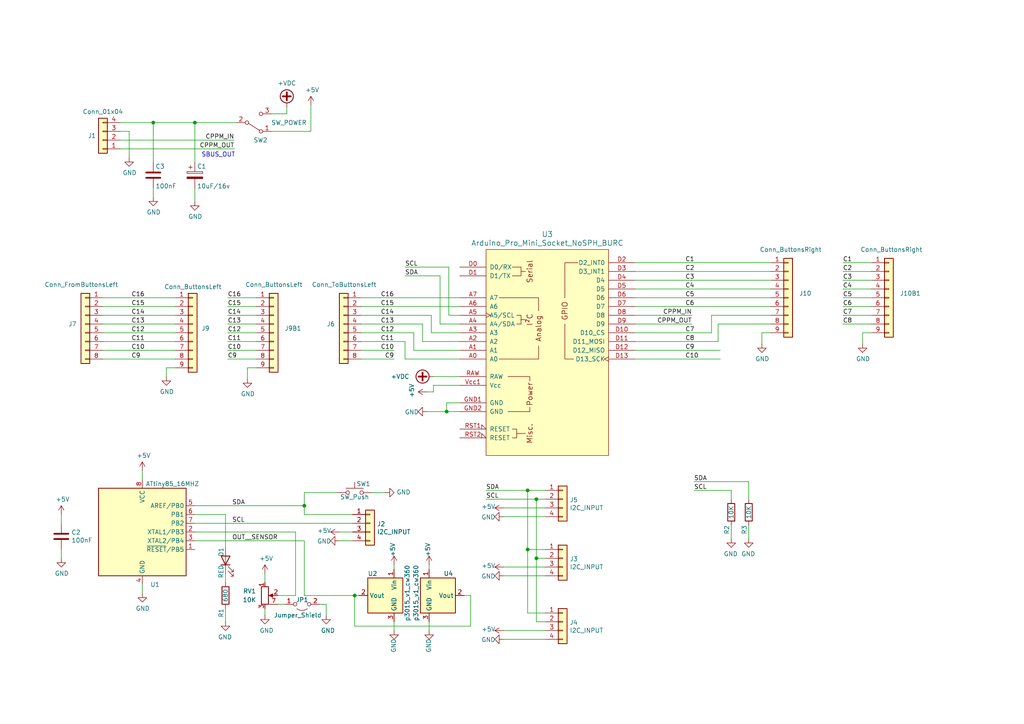
<source format=kicad_sch>
(kicad_sch (version 20230121) (generator eeschema)
  (paper "A4")
  (title_block (title "Board for Angle & Ana & Sw") (date "2023-10-01") (rev "1.0") (company "OpenAVRc"))
  (lib_symbols
    (symbol "Capteur_Hall_I2C_Mini-rescue:ATtiny85-20SU-MCU_Microchip_ATtiny"
      (property "Reference" "U" (at -12.7 13.97 0))
      (property "Value" "ATtiny85-20SU-MCU_Microchip_ATtiny" (at 2.54 -13.97 0))
      (symbol "ATtiny85-20SU-MCU_Microchip_ATtiny_0_1"
        (rectangle (start -12.7 -12.7) (end 12.7 12.7) (stroke (width 0.254)) (fill (type background)))
      )
      (symbol "ATtiny85-20SU-MCU_Microchip_ATtiny_1_1"
        (pin bidirectional line (at 15.24 -5.08 180) (length 2.54) (name "~{RESET}/PB5") (number "1"))
        (pin bidirectional line (at 15.24 0 180) (length 2.54) (name "XTAL1/PB3") (number "2"))
        (pin bidirectional line (at 15.24 -2.54 180) (length 2.54) (name "XTAL2/PB4") (number "3"))
        (pin power_in line (at 0 -15.24 90) (length 2.54) (name "GND") (number "4"))
        (pin bidirectional line (at 15.24 7.62 180) (length 2.54) (name "AREF/PB0") (number "5"))
        (pin bidirectional line (at 15.24 5.08 180) (length 2.54) (name "PB1") (number "6"))
        (pin bidirectional line (at 15.24 2.54 180) (length 2.54) (name "PB2") (number "7"))
        (pin power_in line (at 0 15.24 270) (length 2.54) (name "VCC") (number "8"))
      )
    )
    (symbol "Capteur_Hall_I2C_Mini-rescue:CP-Device" (pin_numbers hide) (pin_names (offset 0.254))
      (property "Reference" "C" (at 0.635 2.54 0))
      (property "Value" "CP-Device" (at 0.635 -2.54 0))
      (symbol "CP-Device_0_1"
        (rectangle (start -2.286 0.508) (end 2.286 1.016))
        (polyline (pts (xy -1.778 2.286) (xy -0.762 2.286)))
        (polyline (pts (xy -1.27 2.794) (xy -1.27 1.778)))
        (rectangle (start 2.286 -0.508) (end -2.286 -1.016) (fill (type outline)))
      )
      (symbol "CP-Device_1_1"
        (pin passive line (at 0 3.81 270) (length 2.794) (name "~") (number "1"))
        (pin passive line (at 0 -3.81 90) (length 2.794) (name "~") (number "2"))
      )
    )
    (symbol "Capteur_Hall_I2C_Mini-rescue:R_Pot_Shield" (pin_names (offset 1.016) hide)
      (property "Reference" "RV1" (at -2.54 1.905 90))
      (property "Value" "10K" (at 2.54 6.35 90))
      (symbol "R_Pot_Shield_0_1"
        (polyline (pts (xy 2.54 0) (xy 1.524 0)))
        (polyline (pts (xy 1.143 0) (xy 2.286 0.508) (xy 2.286 -0.508) (xy 1.143 0)) (fill (type outline)))
        (rectangle (start 1.016 2.54) (end -1.016 -2.54) (stroke (width 0.254)))
      )
      (symbol "R_Pot_Shield_1_1"
        (pin passive line (at 0 3.81 270) (length 1.27) (name "1") (number "1"))
        (pin passive line (at 3.81 0 180) (length 1.27) (name "2") (number "2"))
        (pin passive line (at 0 -3.81 90) (length 1.27) (name "3") (number "3"))
        (pin power_in line (at 3.81 -2.54 180) (length 2.54) (name "Shield") (number "7"))
      )
    )
    (symbol "Connector_Generic:Conn_01x04" (pin_names (offset 1.016) hide)
      (property "Reference" "J" (at 0 5.08 0))
      (property "Value" "Conn_01x04" (at 0 -7.62 0))
      (symbol "Conn_01x04_1_1"
        (rectangle (start -1.27 -4.953) (end 0 -5.207) (stroke (width 0.1524)))
        (rectangle (start -1.27 -2.413) (end 0 -2.667) (stroke (width 0.1524)))
        (rectangle (start -1.27 0.127) (end 0 -0.127) (stroke (width 0.1524)))
        (rectangle (start -1.27 2.667) (end 0 2.413) (stroke (width 0.1524)))
        (rectangle (start -1.27 3.81) (end 1.27 -6.35) (stroke (width 0.254)) (fill (type background)))
        (pin passive line (at -5.08 2.54 0) (length 3.81) (name "Pin_1") (number "1"))
        (pin passive line (at -5.08 0 0) (length 3.81) (name "Pin_2") (number "2"))
        (pin passive line (at -5.08 -2.54 0) (length 3.81) (name "Pin_3") (number "3"))
        (pin passive line (at -5.08 -5.08 0) (length 3.81) (name "Pin_4") (number "4"))
      )
    )
    (symbol "Connector_Generic:Conn_01x08" (pin_names (offset 1.016) hide)
      (property "Reference" "J" (at 0 10.16 0))
      (property "Value" "Conn_01x08" (at 0 -12.7 0))
      (symbol "Conn_01x08_1_1"
        (rectangle (start -1.27 -10.033) (end 0 -10.287) (stroke (width 0.1524)))
        (rectangle (start -1.27 -7.493) (end 0 -7.747) (stroke (width 0.1524)))
        (rectangle (start -1.27 -4.953) (end 0 -5.207) (stroke (width 0.1524)))
        (rectangle (start -1.27 -2.413) (end 0 -2.667) (stroke (width 0.1524)))
        (rectangle (start -1.27 0.127) (end 0 -0.127) (stroke (width 0.1524)))
        (rectangle (start -1.27 2.667) (end 0 2.413) (stroke (width 0.1524)))
        (rectangle (start -1.27 5.207) (end 0 4.953) (stroke (width 0.1524)))
        (rectangle (start -1.27 7.747) (end 0 7.493) (stroke (width 0.1524)))
        (rectangle (start -1.27 8.89) (end 1.27 -11.43) (stroke (width 0.254)) (fill (type background)))
        (pin passive line (at -5.08 7.62 0) (length 3.81) (name "Pin_1") (number "1"))
        (pin passive line (at -5.08 5.08 0) (length 3.81) (name "Pin_2") (number "2"))
        (pin passive line (at -5.08 2.54 0) (length 3.81) (name "Pin_3") (number "3"))
        (pin passive line (at -5.08 0 0) (length 3.81) (name "Pin_4") (number "4"))
        (pin passive line (at -5.08 -2.54 0) (length 3.81) (name "Pin_5") (number "5"))
        (pin passive line (at -5.08 -5.08 0) (length 3.81) (name "Pin_6") (number "6"))
        (pin passive line (at -5.08 -7.62 0) (length 3.81) (name "Pin_7") (number "7"))
        (pin passive line (at -5.08 -10.16 0) (length 3.81) (name "Pin_8") (number "8"))
      )
    )
    (symbol "Connector_Generic:Conn_01x09" (pin_names (offset 1.016) hide)
      (property "Reference" "J" (at 0 12.7 0))
      (property "Value" "Conn_01x09" (at 0 -12.7 0))
      (symbol "Conn_01x09_1_1"
        (rectangle (start -1.27 -10.033) (end 0 -10.287) (stroke (width 0.1524)))
        (rectangle (start -1.27 -7.493) (end 0 -7.747) (stroke (width 0.1524)))
        (rectangle (start -1.27 -4.953) (end 0 -5.207) (stroke (width 0.1524)))
        (rectangle (start -1.27 -2.413) (end 0 -2.667) (stroke (width 0.1524)))
        (rectangle (start -1.27 0.127) (end 0 -0.127) (stroke (width 0.1524)))
        (rectangle (start -1.27 2.667) (end 0 2.413) (stroke (width 0.1524)))
        (rectangle (start -1.27 5.207) (end 0 4.953) (stroke (width 0.1524)))
        (rectangle (start -1.27 7.747) (end 0 7.493) (stroke (width 0.1524)))
        (rectangle (start -1.27 10.287) (end 0 10.033) (stroke (width 0.1524)))
        (rectangle (start -1.27 11.43) (end 1.27 -11.43) (stroke (width 0.254)) (fill (type background)))
        (pin passive line (at -5.08 10.16 0) (length 3.81) (name "Pin_1") (number "1"))
        (pin passive line (at -5.08 7.62 0) (length 3.81) (name "Pin_2") (number "2"))
        (pin passive line (at -5.08 5.08 0) (length 3.81) (name "Pin_3") (number "3"))
        (pin passive line (at -5.08 2.54 0) (length 3.81) (name "Pin_4") (number "4"))
        (pin passive line (at -5.08 0 0) (length 3.81) (name "Pin_5") (number "5"))
        (pin passive line (at -5.08 -2.54 0) (length 3.81) (name "Pin_6") (number "6"))
        (pin passive line (at -5.08 -5.08 0) (length 3.81) (name "Pin_7") (number "7"))
        (pin passive line (at -5.08 -7.62 0) (length 3.81) (name "Pin_8") (number "8"))
        (pin passive line (at -5.08 -10.16 0) (length 3.81) (name "Pin_9") (number "9"))
      )
    )
    (symbol "Device:C" (pin_numbers hide) (pin_names (offset 0.254))
      (property "Reference" "C" (at 0.635 2.54 0))
      (property "Value" "C" (at 0.635 -2.54 0))
      (symbol "C_0_1"
        (polyline (pts (xy -2.032 -0.762) (xy 2.032 -0.762)) (stroke (width 0.508)))
        (polyline (pts (xy -2.032 0.762) (xy 2.032 0.762)) (stroke (width 0.508)))
      )
      (symbol "C_1_1"
        (pin passive line (at 0 3.81 270) (length 2.794) (name "~") (number "1"))
        (pin passive line (at 0 -3.81 90) (length 2.794) (name "~") (number "2"))
      )
    )
    (symbol "Device:LED" (pin_numbers hide) (pin_names (offset 1.016) hide)
      (property "Reference" "D" (at 0 2.54 0))
      (property "Value" "LED" (at 0 -2.54 0))
      (symbol "LED_0_1"
        (polyline (pts (xy -1.27 -1.27) (xy -1.27 1.27)) (stroke (width 0.254)))
        (polyline (pts (xy -1.27 0) (xy 1.27 0)))
        (polyline (pts (xy 1.27 -1.27) (xy 1.27 1.27) (xy -1.27 0) (xy 1.27 -1.27)) (stroke (width 0.254)))
        (polyline (pts (xy -3.048 -0.762) (xy -4.572 -2.286) (xy -3.81 -2.286) (xy -4.572 -2.286) (xy -4.572 -1.524)))
        (polyline (pts (xy -1.778 -0.762) (xy -3.302 -2.286) (xy -2.54 -2.286) (xy -3.302 -2.286) (xy -3.302 -1.524)))
      )
      (symbol "LED_1_1"
        (pin passive line (at -3.81 0 0) (length 2.54) (name "K") (number "1"))
        (pin passive line (at 3.81 0 180) (length 2.54) (name "A") (number "2"))
      )
    )
    (symbol "Device:R" (pin_numbers hide) (pin_names (offset 0))
      (property "Reference" "R" (at 2.032 0 90))
      (property "Value" "R" (at 0 0 90))
      (symbol "R_0_1"
        (rectangle (start -1.016 -2.54) (end 1.016 2.54) (stroke (width 0.254)))
      )
      (symbol "R_1_1"
        (pin passive line (at 0 3.81 270) (length 1.27) (name "~") (number "1"))
        (pin passive line (at 0 -3.81 90) (length 1.27) (name "~") (number "2"))
      )
    )
    (symbol "Jumper:Jumper_2_Open" (pin_names (offset 0) hide)
      (property "Reference" "JP" (at 0 2.794 0))
      (property "Value" "Jumper_2_Open" (at 0 -2.286 0))
      (symbol "Jumper_2_Open_0_0"
        (circle (center -2.032 0) (radius 0.508))
        (circle (center 2.032 0) (radius 0.508))
      )
      (symbol "Jumper_2_Open_0_1"
        (arc (start 1.524 1.27) (mid 0 1.778) (end -1.524 1.27))
      )
      (symbol "Jumper_2_Open_1_1"
        (pin passive line (at -5.08 0 0) (length 2.54) (name "A") (number "1"))
        (pin passive line (at 5.08 0 180) (length 2.54) (name "B") (number "2"))
      )
    )
    (symbol "PCM_arduino-library:Arduino_Pro_Mini_Socket_NoSPH" (pin_names (offset 1.016))
      (property "Reference" "A" (at 0 36.83 0))
      (property "Value" "Arduino_Pro_Mini_Socket_NoSPH" (at 0 33.02 0))
      (symbol "Arduino_Pro_Mini_Socket_NoSPH_0_0"
        (rectangle (start -17.78 30.48) (end 17.78 -29.21) (fill (type background)))
        (polyline (pts (xy -7.62 10.16) (xy -6.35 10.16)))
        (polyline (pts (xy -7.62 24.13) (xy -6.35 24.13)))
        (polyline (pts (xy -6.35 -22.86) (xy -8.89 -22.86)))
        (polyline (pts (xy -11.43 -16.51) (xy -5.08 -16.51) (xy -5.08 -15.24)))
        (polyline (pts (xy -5.08 -7.62) (xy -5.08 -6.35) (xy -11.43 -6.35)))
        (polyline (pts (xy -2.54 2.54) (xy -2.54 -1.27) (xy -13.97 -1.27)))
        (polyline (pts (xy -2.54 12.7) (xy -2.54 16.51) (xy -13.97 16.51)))
        (polyline (pts (xy -10.16 25.4) (xy -7.62 25.4) (xy -7.62 22.86) (xy -10.16 22.86)))
        (polyline (pts (xy -8.89 11.43) (xy -7.62 11.43) (xy -7.62 8.89) (xy -8.89 8.89)))
        (text "Analog" (at -2.54 7.62 900) (effects (font (size 1.524 1.524))))
        (text "I²C" (at -5.08 10.16 900) (effects (font (size 1.524 1.524))))
        (text "Misc." (at -5.08 -22.86 900) (effects (font (size 1.524 1.524))))
        (text "Power" (at -5.08 -11.43 900) (effects (font (size 1.524 1.524))))
        (text "Serial" (at -5.08 24.13 900) (effects (font (size 1.524 1.524))))
      )
      (symbol "Arduino_Pro_Mini_Socket_NoSPH_0_1"
        (polyline (pts (xy 7.62 -1.27) (xy 5.08 -1.27) (xy 5.08 8.89)))
        (polyline (pts (xy 8.89 26.67) (xy 5.08 26.67) (xy 5.08 16.51)))
        (polyline (pts (xy -10.16 -24.13) (xy -8.89 -24.13) (xy -8.89 -21.59) (xy -10.16 -21.59)))
      )
      (symbol "Arduino_Pro_Mini_Socket_NoSPH_1_0"
        (text "GPIO" (at 5.08 12.7 900) (effects (font (size 1.524 1.524))))
      )
      (symbol "Arduino_Pro_Mini_Socket_NoSPH_1_1"
        (pin bidirectional line (at -25.4 -1.27 0) (length 7.62) (name "A0") (number "A0"))
        (pin bidirectional line (at -25.4 1.27 0) (length 7.62) (name "A1") (number "A1"))
        (pin bidirectional line (at -25.4 3.81 0) (length 7.62) (name "A2") (number "A2"))
        (pin bidirectional line (at -25.4 6.35 0) (length 7.62) (name "A3") (number "A3"))
        (pin bidirectional line (at -25.4 8.89 0) (length 7.62) (name "A4/SDA") (number "A4"))
        (pin bidirectional clock (at -25.4 11.43 0) (length 7.62) (name "A5/SCL") (number "A5"))
        (pin input line (at -25.4 13.97 0) (length 7.62) (name "A6") (number "A6"))
        (pin input line (at -25.4 16.51 0) (length 7.62) (name "A7") (number "A7"))
        (pin bidirectional line (at -25.4 25.4 0) (length 7.62) (name "D0/RX") (number "D0"))
        (pin bidirectional line (at -25.4 22.86 0) (length 7.62) (name "D1/TX") (number "D1"))
        (pin bidirectional line (at 25.4 6.35 180) (length 7.62) (name "D10_CS") (number "D10"))
        (pin bidirectional line (at 25.4 3.81 180) (length 7.62) (name "D11_MOSI") (number "D11"))
        (pin bidirectional line (at 25.4 1.27 180) (length 7.62) (name "D12_MISO") (number "D12"))
        (pin bidirectional clock (at 25.4 -1.27 180) (length 7.62) (name "D13_SCK") (number "D13"))
        (pin bidirectional line (at 25.4 26.67 180) (length 7.62) (name "D2_INT0") (number "D2"))
        (pin bidirectional line (at 25.4 24.13 180) (length 7.62) (name "D3_INT1") (number "D3"))
        (pin bidirectional line (at 25.4 21.59 180) (length 7.62) (name "D4") (number "D4"))
        (pin bidirectional line (at 25.4 19.05 180) (length 7.62) (name "D5") (number "D5"))
        (pin bidirectional line (at 25.4 16.51 180) (length 7.62) (name "D6") (number "D6"))
        (pin bidirectional line (at 25.4 13.97 180) (length 7.62) (name "D7") (number "D7"))
        (pin bidirectional line (at 25.4 11.43 180) (length 7.62) (name "D8") (number "D8"))
        (pin bidirectional line (at 25.4 8.89 180) (length 7.62) (name "D9") (number "D9"))
        (pin power_in line (at -25.4 -13.97 0) (length 7.62) (name "GND") (number "GND1"))
        (pin power_in line (at -25.4 -16.51 0) (length 7.62) (name "GND") (number "GND2"))
        (pin power_in line (at -25.4 -6.35 0) (length 7.62) (name "RAW") (number "RAW"))
        (pin open_collector input_low (at -25.4 -21.59 0) (length 7.62) (name "RESET") (number "RST1"))
        (pin open_collector input_low (at -25.4 -24.13 0) (length 7.62) (name "RESET") (number "RST2"))
        (pin power_in line (at -25.4 -8.89 0) (length 7.62) (name "Vcc") (number "Vcc1"))
      )
    )
    (symbol "Reference_Voltage:ISL21070DIH306Z-TK"
      (property "Reference" "U" (at -0.635 8.255 0))
      (property "Value" "ISL21070DIH306Z-TK" (at -1.905 6.35 0))
      (symbol "ISL21070DIH306Z-TK_0_1"
        (rectangle (start -5.08 5.08) (end 5.08 -5.08) (stroke (width 0.254)) (fill (type background)))
      )
      (symbol "ISL21070DIH306Z-TK_1_1"
        (pin power_in line (at -2.54 7.62 270) (length 2.54) (name "Vin") (number "1"))
        (pin power_out line (at 7.62 0 180) (length 2.54) (name "Vout") (number "2"))
        (pin power_in line (at -2.54 -7.62 90) (length 2.54) (name "GND") (number "3"))
      )
    )
    (symbol "Switch:SW_Push" (pin_numbers hide) (pin_names (offset 1.016) hide)
      (property "Reference" "SW" (at 1.27 2.54 0))
      (property "Value" "SW_Push" (at 0 -1.524 0))
      (symbol "SW_Push_0_1"
        (circle (center -2.032 0) (radius 0.508))
        (polyline (pts (xy 0 1.27) (xy 0 3.048)))
        (polyline (pts (xy 2.54 1.27) (xy -2.54 1.27)))
        (circle (center 2.032 0) (radius 0.508))
        (pin passive line (at -5.08 0 0) (length 2.54) (name "1") (number "1"))
        (pin passive line (at 5.08 0 180) (length 2.54) (name "2") (number "2"))
      )
    )
    (symbol "Switch:SW_SPDT" (pin_names (offset 0) hide)
      (property "Reference" "SW" (at 0 4.318 0))
      (property "Value" "SW_SPDT" (at 0 -5.08 0))
      (symbol "SW_SPDT_0_0"
        (circle (center -2.032 0) (radius 0.508))
        (circle (center 2.032 -2.54) (radius 0.508))
      )
      (symbol "SW_SPDT_0_1"
        (polyline (pts (xy -1.524 0.254) (xy 1.651 2.286)))
        (circle (center 2.032 2.54) (radius 0.508))
      )
      (symbol "SW_SPDT_1_1"
        (pin passive line (at 5.08 2.54 180) (length 2.54) (name "A") (number "1"))
        (pin passive line (at -5.08 0 0) (length 2.54) (name "B") (number "2"))
        (pin passive line (at 5.08 -2.54 180) (length 2.54) (name "C") (number "3"))
      )
    )
    (symbol "power:+5V" (power) (pin_names (offset 0))
      (property "Value" "+5V" (at 0 3.556 0))
      (symbol "+5V_0_1"
        (polyline (pts (xy -0.762 1.27) (xy 0 2.54)))
        (polyline (pts (xy 0 0) (xy 0 2.54)))
        (polyline (pts (xy 0 2.54) (xy 0.762 1.27)))
      )
      (symbol "+5V_1_1"
        (pin power_in line (at 0 0 90) (length 0) hide (name "+5V") (number "1"))
      )
    )
    (symbol "power:+VDC" (power) (pin_names (offset 0))
      (property "Value" "+VDC" (at 0 6.35 0))
      (symbol "+VDC_0_1"
        (polyline (pts (xy -1.143 3.175) (xy 1.143 3.175)) (stroke (width 0.508)))
        (polyline (pts (xy 0 0) (xy 0 1.27)))
        (polyline (pts (xy 0 2.032) (xy 0 4.318)) (stroke (width 0.508)))
        (circle (center 0 3.175) (radius 1.905) (stroke (width 0.254)))
      )
      (symbol "+VDC_1_1"
        (pin power_in line (at 0 0 90) (length 0) hide (name "+VDC") (number "1"))
      )
    )
    (symbol "power:GND" (power) (pin_names (offset 0))
      (property "Value" "GND" (at 0 -3.81 0))
      (symbol "GND_0_1"
        (polyline (pts (xy 0 0) (xy 0 -1.27) (xy 1.27 -1.27) (xy 0 -2.54) (xy -1.27 -1.27) (xy 0 -1.27)))
      )
      (symbol "GND_1_1"
        (pin power_in line (at 0 0 270) (length 0) hide (name "GND") (number "1"))
      )
    )
  )
  (junction (at 155.575 161.925))
  (junction (at 56.515 35.56))
  (junction (at 129.54 119.38))
  (junction (at 153.035 159.385))
  (junction (at 153.035 142.24))
  (junction (at 155.575 144.78))
  (junction (at 44.45 35.56))
  (junction (at 88.265 146.685))
  (junction (at 102.87 172.72))
  (wire (pts (xy 34.925 40.64) (xy 67.945 40.64)))
  (wire (pts (xy 155.575 144.78) (xy 155.575 161.925)))
  (wire (pts (xy 153.035 159.385) (xy 153.035 142.24)))
  (wire (pts (xy 117.475 77.47) (xy 130.175 77.47)))
  (wire (pts (xy 122.555 99.06) (xy 133.35 99.06)))
  (wire (pts (xy 117.475 104.14) (xy 133.35 104.14)))
  (wire (pts (xy 102.235 154.305) (xy 98.425 154.305)))
  (wire (pts (xy 217.17 152.4) (xy 217.17 156.21)))
  (wire (pts (xy 125.095 96.52) (xy 125.095 91.44)))
  (wire (pts (xy 78.74 38.1) (xy 90.17 38.1)))
  (wire (pts (xy 184.15 86.36) (xy 223.52 86.36)))
  (wire (pts (xy 158.115 182.88) (xy 146.05 182.88)))
  (wire (pts (xy 71.755 106.68) (xy 71.755 109.855)))
  (wire (pts (xy 88.265 142.875) (xy 97.79 142.875)))
  (wire (pts (xy 29.845 91.44) (xy 50.8 91.44)))
  (wire (pts (xy 120.015 101.6) (xy 133.35 101.6)))
  (wire (pts (xy 120.015 96.52) (xy 104.775 96.52)))
  (wire (pts (xy 56.515 58.42) (xy 56.515 54.61)))
  (wire (pts (xy 66.04 101.6) (xy 74.295 101.6)))
  (wire (pts (xy 34.925 35.56) (xy 44.45 35.56)))
  (wire (pts (xy 44.45 57.15) (xy 44.45 54.61)))
  (wire (pts (xy 17.78 161.925) (xy 17.78 159.385)))
  (wire (pts (xy 125.73 111.76) (xy 125.73 113.665)))
  (wire (pts (xy 184.15 91.44) (xy 200.66 91.44)))
  (wire (pts (xy 29.845 93.98) (xy 50.8 93.98)))
  (wire (pts (xy 129.54 119.38) (xy 133.35 119.38)))
  (wire (pts (xy 122.555 99.06) (xy 122.555 93.98)))
  (wire (pts (xy 155.575 180.34) (xy 158.115 180.34)))
  (wire (pts (xy 158.115 144.78) (xy 155.575 144.78)))
  (wire (pts (xy 158.115 177.8) (xy 153.035 177.8)))
  (wire (pts (xy 206.375 91.44) (xy 223.52 91.44)))
  (wire (pts (xy 120.015 101.6) (xy 120.015 96.52)))
  (wire (pts (xy 104.775 104.14) (xy 114.3 104.14)))
  (wire (pts (xy 155.575 161.925) (xy 158.115 161.925)))
  (wire (pts (xy 127.635 93.98) (xy 127.635 80.01)))
  (wire (pts (xy 104.775 99.06) (xy 117.475 99.06)))
  (wire (pts (xy 125.73 113.665) (xy 123.825 113.665)))
  (wire (pts (xy 212.09 144.78) (xy 212.09 142.24)))
  (wire (pts (xy 66.04 99.06) (xy 74.295 99.06)))
  (wire (pts (xy 85.725 154.305) (xy 85.725 172.72)))
  (wire (pts (xy 56.515 35.56) (xy 56.515 46.99)))
  (wire (pts (xy 155.575 161.925) (xy 155.575 180.34)))
  (wire (pts (xy 17.78 149.225) (xy 17.78 151.765)))
  (wire (pts (xy 244.475 78.74) (xy 252.73 78.74)))
  (wire (pts (xy 65.405 176.53) (xy 65.405 180.34)))
  (wire (pts (xy 146.05 167.005) (xy 158.115 167.005)))
  (wire (pts (xy 140.97 142.24) (xy 153.035 142.24)))
  (wire (pts (xy 153.035 159.385) (xy 158.115 159.385)))
  (wire (pts (xy 76.835 176.53) (xy 76.835 178.435)))
  (wire (pts (xy 50.8 106.68) (xy 48.26 106.68)))
  (wire (pts (xy 124.46 180.34) (xy 124.46 182.88)))
  (wire (pts (xy 244.475 86.36) (xy 252.73 86.36)))
  (wire (pts (xy 88.265 156.845) (xy 56.515 156.845)))
  (wire (pts (xy 29.845 99.06) (xy 50.8 99.06)))
  (wire (pts (xy 123.825 119.38) (xy 129.54 119.38)))
  (wire (pts (xy 114.3 163.83) (xy 114.3 165.1)))
  (wire (pts (xy 125.73 109.22) (xy 133.35 109.22)))
  (wire (pts (xy 244.475 88.9) (xy 252.73 88.9)))
  (wire (pts (xy 244.475 81.28) (xy 252.73 81.28)))
  (wire (pts (xy 184.15 78.74) (xy 223.52 78.74)))
  (wire (pts (xy 44.45 35.56) (xy 44.45 46.99)))
  (wire (pts (xy 98.425 156.845) (xy 102.235 156.845)))
  (wire (pts (xy 56.515 151.765) (xy 102.235 151.765)))
  (wire (pts (xy 244.475 91.44) (xy 252.73 91.44)))
  (wire (pts (xy 184.15 99.06) (xy 208.28 99.06)))
  (wire (pts (xy 37.465 38.1) (xy 37.465 45.72)))
  (wire (pts (xy 66.04 96.52) (xy 74.295 96.52)))
  (wire (pts (xy 201.295 142.24) (xy 212.09 142.24)))
  (wire (pts (xy 208.28 93.98) (xy 223.52 93.98)))
  (wire (pts (xy 104.775 88.9) (xy 133.35 88.9)))
  (wire (pts (xy 29.845 86.36) (xy 50.8 86.36)))
  (wire (pts (xy 94.615 175.26) (xy 94.615 178.435)))
  (wire (pts (xy 136.525 172.72) (xy 136.525 181.61)))
  (wire (pts (xy 34.925 43.18) (xy 67.945 43.18)))
  (wire (pts (xy 56.515 154.305) (xy 85.725 154.305)))
  (wire (pts (xy 80.645 175.26) (xy 82.55 175.26)))
  (wire (pts (xy 250.19 96.52) (xy 250.19 99.695)))
  (wire (pts (xy 184.15 88.9) (xy 223.52 88.9)))
  (wire (pts (xy 56.515 35.56) (xy 68.58 35.56)))
  (wire (pts (xy 29.845 104.14) (xy 50.8 104.14)))
  (wire (pts (xy 136.525 181.61) (xy 102.87 181.61)))
  (wire (pts (xy 104.775 86.36) (xy 133.35 86.36)))
  (wire (pts (xy 125.73 111.76) (xy 133.35 111.76)))
  (wire (pts (xy 134.62 172.72) (xy 136.525 172.72)))
  (wire (pts (xy 66.04 104.14) (xy 74.295 104.14)))
  (wire (pts (xy 223.52 96.52) (xy 220.98 96.52)))
  (wire (pts (xy 83.185 33.02) (xy 83.185 31.115)))
  (wire (pts (xy 74.295 106.68) (xy 71.755 106.68)))
  (wire (pts (xy 220.98 96.52) (xy 220.98 99.695)))
  (wire (pts (xy 85.725 172.72) (xy 80.645 172.72)))
  (wire (pts (xy 125.095 91.44) (xy 104.775 91.44)))
  (wire (pts (xy 78.74 33.02) (xy 83.185 33.02)))
  (wire (pts (xy 140.97 144.78) (xy 155.575 144.78)))
  (wire (pts (xy 184.15 81.28) (xy 223.52 81.28)))
  (wire (pts (xy 153.035 142.24) (xy 158.115 142.24)))
  (wire (pts (xy 56.515 149.225) (xy 65.405 149.225)))
  (wire (pts (xy 201.295 139.7) (xy 217.17 139.7)))
  (wire (pts (xy 88.265 172.72) (xy 88.265 156.845)))
  (wire (pts (xy 146.05 185.42) (xy 158.115 185.42)))
  (wire (pts (xy 122.555 93.98) (xy 104.775 93.98)))
  (wire (pts (xy 107.95 142.875) (xy 111.76 142.875)))
  (wire (pts (xy 117.475 104.14) (xy 117.475 99.06)))
  (wire (pts (xy 56.515 146.685) (xy 88.265 146.685)))
  (wire (pts (xy 212.09 152.4) (xy 212.09 156.21)))
  (wire (pts (xy 66.04 93.98) (xy 74.295 93.98)))
  (wire (pts (xy 244.475 93.98) (xy 252.73 93.98)))
  (wire (pts (xy 217.17 144.78) (xy 217.17 139.7)))
  (wire (pts (xy 244.475 83.82) (xy 252.73 83.82)))
  (wire (pts (xy 92.71 175.26) (xy 94.615 175.26)))
  (wire (pts (xy 117.475 80.01) (xy 127.635 80.01)))
  (wire (pts (xy 29.845 101.6) (xy 50.8 101.6)))
  (wire (pts (xy 158.115 147.32) (xy 146.05 147.32)))
  (wire (pts (xy 184.15 101.6) (xy 208.915 101.6)))
  (wire (pts (xy 125.095 96.52) (xy 133.35 96.52)))
  (wire (pts (xy 158.115 164.465) (xy 146.05 164.465)))
  (wire (pts (xy 88.265 172.72) (xy 102.87 172.72)))
  (wire (pts (xy 153.035 177.8) (xy 153.035 159.385)))
  (wire (pts (xy 41.275 136.525) (xy 41.275 139.065)))
  (wire (pts (xy 206.375 96.52) (xy 206.375 91.44)))
  (wire (pts (xy 184.15 76.2) (xy 223.52 76.2)))
  (wire (pts (xy 88.265 149.225) (xy 88.265 146.685)))
  (wire (pts (xy 88.265 149.225) (xy 102.235 149.225)))
  (wire (pts (xy 88.265 142.875) (xy 88.265 146.685)))
  (wire (pts (xy 41.275 172.085) (xy 41.275 169.545)))
  (wire (pts (xy 90.17 30.48) (xy 90.17 38.1)))
  (wire (pts (xy 104.775 101.6) (xy 114.3 101.6)))
  (wire (pts (xy 44.45 35.56) (xy 56.515 35.56)))
  (wire (pts (xy 184.15 83.82) (xy 223.52 83.82)))
  (wire (pts (xy 29.845 88.9) (xy 50.8 88.9)))
  (wire (pts (xy 244.475 76.2) (xy 252.73 76.2)))
  (wire (pts (xy 252.73 96.52) (xy 250.19 96.52)))
  (wire (pts (xy 29.845 96.52) (xy 50.8 96.52)))
  (wire (pts (xy 124.46 163.83) (xy 124.46 165.1)))
  (wire (pts (xy 65.405 166.37) (xy 65.405 168.91)))
  (wire (pts (xy 127.635 93.98) (xy 133.35 93.98)))
  (wire (pts (xy 130.175 77.47) (xy 130.175 91.44)))
  (wire (pts (xy 34.925 38.1) (xy 37.465 38.1)))
  (wire (pts (xy 102.87 181.61) (xy 102.87 172.72)))
  (wire (pts (xy 208.28 99.06) (xy 208.28 93.98)))
  (wire (pts (xy 184.15 96.52) (xy 206.375 96.52)))
  (wire (pts (xy 130.175 91.44) (xy 133.35 91.44)))
  (wire (pts (xy 66.04 91.44) (xy 74.295 91.44)))
  (wire (pts (xy 146.05 149.86) (xy 158.115 149.86)))
  (wire (pts (xy 48.26 106.68) (xy 48.26 109.22)))
  (wire (pts (xy 184.15 104.14) (xy 208.915 104.14)))
  (wire (pts (xy 102.87 172.72) (xy 104.14 172.72)))
  (wire (pts (xy 66.04 88.9) (xy 74.295 88.9)))
  (wire (pts (xy 133.35 116.84) (xy 129.54 116.84)))
  (wire (pts (xy 65.405 149.225) (xy 65.405 158.75)))
  (wire (pts (xy 129.54 116.84) (xy 129.54 119.38)))
  (wire (pts (xy 76.835 166.37) (xy 76.835 168.91)))
  (wire (pts (xy 184.15 93.98) (xy 200.66 93.98)))
  (wire (pts (xy 66.04 86.36) (xy 74.295 86.36)))
  (wire (pts (xy 114.3 180.34) (xy 114.3 182.88)))
  (text "SBUS_OUT" (at 58.42 45.72 0) (effects (font (size 1.27 1.27)) (justify left bottom)))
  (label "C10" (at 198.755 104.14 0))
  (label "C12" (at 38.1 96.52 0))
  (label "C15" (at 38.1 88.9 0))
  (label "C8" (at 244.475 93.98 0))
  (label "C1" (at 198.755 76.2 0))
  (label "C12" (at 114.3268 96.52 180))
  (label "C16" (at 38.1 86.36 0))
  (label "C10" (at 114.3 101.6 180))
  (label "C8" (at 198.755 99.06 0))
  (label "SCL" (at 117.475 77.47 0))
  (label "SCL" (at 201.295 142.24 0))
  (label "C16" (at 66.04 86.36 0))
  (label "SDA" (at 201.295 139.7 0))
  (label "C9" (at 38.1 104.14 0))
  (label "C16" (at 114.3 86.36 180))
  (label "SDA" (at 67.31 146.685 0))
  (label "C10" (at 66.04 101.6 0))
  (label "C2" (at 198.755 78.74 0))
  (label "C7" (at 198.755 96.52 0))
  (label "C4" (at 198.755 83.82 0))
  (label "C11" (at 38.1 99.06 0))
  (label "C6" (at 198.755 88.9 0))
  (label "C1" (at 244.475 76.2 0))
  (label "CPPM_OUT" (at 67.945 43.18 180))
  (label "C9" (at 114.3 104.14 180))
  (label "C9" (at 198.755 101.6 0))
  (label "OUT__SENSOR" (at 67.31 156.845 0))
  (label "C2" (at 244.475 78.74 0))
  (label "SCL" (at 67.31 151.765 0))
  (label "C7" (at 244.475 91.44 0))
  (label "C4" (at 244.475 83.82 0))
  (label "C11" (at 114.3 99.06 180))
  (label "SCL" (at 140.97 144.78 0))
  (label "C11" (at 66.04 99.06 0))
  (label "C13" (at 38.1 93.98 0))
  (label "C9" (at 66.04 104.14 0))
  (label "C13" (at 114.3 93.98 180))
  (label "C3" (at 244.475 81.28 0))
  (label "C15" (at 66.04 88.9 0))
  (label "C14" (at 66.04 91.44 0))
  (label "C14" (at 114.3 91.44 180))
  (label "C5" (at 244.475 86.36 0))
  (label "CPPM_IN" (at 200.66 91.44 180))
  (label "C15" (at 114.3 88.9 180))
  (label "SDA" (at 117.475 80.01 0))
  (label "CPPM_OUT" (at 200.66 93.98 180))
  (label "SDA" (at 140.97 142.24 0))
  (label "C6" (at 244.475 88.9 0))
  (label "C5" (at 198.755 86.36 0))
  (label "C13" (at 66.04 93.98 0))
  (label "C10" (at 38.1 101.6 0))
  (label "C14" (at 38.1 91.44 0))
  (label "C12" (at 66.04 96.52 0))
  (label "C3" (at 198.755 81.28 0))
  (label "CPPM_IN" (at 67.945 40.64 180))
  (symbol (lib_id "Capteur_Hall_I2C_Mini-rescue:ATtiny85-20SU-MCU_Microchip_ATtiny") (at 41.275 154.305 0) (unit 1)
    (property "Reference" "U1" (at 46.355 169.545 0) (effects (justify right)))
    (property "Value" "ATtiny85_16MHZ" (at 57.785 140.335 0) (effects (justify right)))
    (property "Footprint" "Package_DIP:DIP-8_W7.62mm" (effects hide))
    (property "Datasheet" "http://ww1.microchip.com/downloads/en/DeviceDoc/atmel-2586-avr-8-bit-microcontroller-attiny25-attiny45-attiny85_datasheet.pdf" (effects hide))
  )
  (symbol (lib_id "Device:LED") (at 65.405 162.56 90) (unit 1)
    (property "Reference" "D1" (at 64.135 158.75 0) (effects (justify right)))
    (property "Value" "RED" (at 64.135 163.83 0) (effects (justify right)))
    (property "Footprint" "LED_THT:LED_D3.0mm_Horizontal_O1.27mm_Z2.0mm" (effects hide))
  )
  (symbol (lib_id "Device:R") (at 65.405 172.72 0) (unit 1)
    (property "Reference" "R1" (at 64.135 177.8 90))
    (property "Value" "680" (at 65.405 172.72 90))
    (property "Footprint" "Resistor_THT:R_Axial_DIN0204_L3.6mm_D1.6mm_P5.08mm_Horizontal" (effects hide))
  )
  (symbol (lib_id "power:+5V") (at 114.3 163.83 0) (mirror y) (unit 1)
    (property "Reference" "#PWR0111" (effects hide))
    (property "Value" "+5V" (at 113.919 159.4358 90))
  )
  (symbol (lib_id "power:GND") (at 65.405 180.34 0) (unit 1)
    (property "Reference" "#PWR0101" (effects hide))
    (property "Value" "GND" (at 67.31 184.785 0) (effects (justify right)))
  )
  (symbol (lib_id "power:GND") (at 41.275 172.085 0) (unit 1)
    (property "Reference" "#PWR0102" (effects hide))
    (property "Value" "GND" (at 41.402 176.4792 0))
  )
  (symbol (lib_id "power:+5V") (at 41.275 136.525 0) (unit 1)
    (property "Reference" "#PWR0103" (effects hide))
    (property "Value" "+5V" (at 41.656 132.1308 0))
  )
  (symbol (lib_id "power:GND") (at 114.3 182.88 0) (mirror y) (unit 1)
    (property "Reference" "#PWR0112" (effects hide))
    (property "Value" "GND" (at 114.173 187.2742 90))
  )
  (symbol (lib_id "Device:C") (at 17.78 155.575 0) (unit 1)
    (property "Reference" "C2" (at 20.701 154.4066 0) (effects (justify left)))
    (property "Value" "100nF" (at 20.701 156.718 0) (effects (justify left)))
    (property "Footprint" "Capacitor_THT:C_Rect_L7.0mm_W3.5mm_P5.00mm" (effects hide))
  )
  (symbol (lib_id "Capteur_Hall_I2C_Mini-rescue:CP-Device") (at 56.515 50.8 0) (unit 1)
    (property "Reference" "C1" (at 57.15 48.26 0) (effects (justify left)))
    (property "Value" "10uF/16v" (at 57.15 53.975 0) (effects (justify left)))
    (property "Footprint" "Capacitor_THT:C_Radial_D8.0mm_H7.0mm_P3.50mm" (effects hide))
  )
  (symbol (lib_id "power:+5V") (at 17.78 149.225 0) (unit 1)
    (property "Reference" "#PWR0104" (effects hide))
    (property "Value" "+5V" (at 18.161 144.8308 0))
  )
  (symbol (lib_id "power:GND") (at 17.78 161.925 0) (unit 1)
    (property "Reference" "#PWR0106" (effects hide))
    (property "Value" "GND" (at 17.907 166.3192 0))
  )
  (symbol (lib_id "power:GND") (at 56.515 58.42 0) (unit 1)
    (property "Reference" "#PWR0107" (effects hide))
    (property "Value" "GND" (at 56.642 62.8142 0))
  )
  (symbol (lib_id "power:GND") (at 111.76 142.875 90) (unit 1)
    (property "Reference" "#PWR0108" (effects hide))
    (property "Value" "GND" (at 115.0112 142.748 90) (effects (justify right)))
  )
  (symbol (lib_id "Switch:SW_Push") (at 102.87 142.875 0) (unit 1)
    (property "Reference" "SW1" (at 105.41 140.335 0))
    (property "Value" "SW_Push" (at 102.87 144.145 0))
    (property "Footprint" "Sensor_Empreintes:SW_PUSH_ANGLED" (effects hide))
  )
  (symbol (lib_id "Connector_Generic:Conn_01x04") (at 107.315 151.765 0) (unit 1)
    (property "Reference" "J2" (at 109.347 151.9682 0) (effects (justify left)))
    (property "Value" "I2C_INPUT" (at 109.347 154.2796 0) (effects (justify left)))
    (property "Footprint" "Connector_PinHeader_2.54mm:PinHeader_1x04_P2.54mm_Horizontal" (effects hide))
  )
  (symbol (lib_id "power:+5V") (at 98.425 154.305 90) (unit 1)
    (property "Reference" "#PWR0110" (effects hide))
    (property "Value" "+5V" (at 94.0308 153.924 90))
  )
  (symbol (lib_id "power:GND") (at 98.425 156.845 270) (unit 1)
    (property "Reference" "#PWR0113" (effects hide))
    (property "Value" "GND" (at 94.0308 156.972 90))
  )
  (symbol (lib_id "power:+VDC") (at 83.185 31.115 0) (unit 1)
    (property "Reference" "#PWR06" (effects hide))
    (property "Value" "+VDC" (at 83.185 24.13 0))
  )
  (symbol (lib_id "power:+5V") (at 124.46 163.83 0) (mirror y) (unit 1)
    (property "Reference" "#PWR01" (effects hide))
    (property "Value" "+5V" (at 124.079 159.4358 90))
  )
  (symbol (lib_id "power:GND") (at 94.615 178.435 0) (unit 1)
    (property "Reference" "#PWR016" (effects hide))
    (property "Value" "GND" (at 97.155 182.88 0) (effects (justify right)))
  )
  (symbol (lib_id "power:+5V") (at 76.835 166.37 0) (unit 1)
    (property "Reference" "#PWR0114" (effects hide))
    (property "Value" "+5V" (at 77.216 161.9758 0))
  )
  (symbol (lib_id "Connector_Generic:Conn_01x09") (at 79.375 96.52 0) (unit 1)
    (property "Reference" "J9B1" (at 82.55 95.25 0) (effects (justify left)))
    (property "Value" "Conn_ButtonsLeft" (at 71.12 82.55 0) (effects (justify left)))
    (property "Footprint" "Connector_PinHeader_2.54mm:PinHeader_1x09_P2.54mm_Vertical" (effects hide))
  )
  (symbol (lib_id "Device:R") (at 212.09 148.59 0) (unit 1)
    (property "Reference" "R2" (at 210.82 153.67 90))
    (property "Value" "10K" (at 212.09 148.59 90))
    (property "Footprint" "Resistor_THT:R_Axial_DIN0204_L3.6mm_D1.6mm_P5.08mm_Horizontal" (effects hide))
  )
  (symbol (lib_id "Connector_Generic:Conn_01x04") (at 163.195 180.34 0) (unit 1)
    (property "Reference" "J4" (at 165.227 180.5432 0) (effects (justify left)))
    (property "Value" "I2C_INPUT" (at 165.227 182.8546 0) (effects (justify left)))
    (property "Footprint" "Connector_PinHeader_2.54mm:PinHeader_1x04_P2.54mm_Horizontal" (effects hide))
  )
  (symbol (lib_id "power:GND") (at 48.26 109.22 0) (unit 1)
    (property "Reference" "#PWR010" (effects hide))
    (property "Value" "GND" (at 48.387 113.6142 0))
  )
  (symbol (lib_id "power:GND") (at 217.17 156.21 0) (unit 1)
    (property "Reference" "#PWR015" (effects hide))
    (property "Value" "GND" (at 219.075 160.655 0) (effects (justify right)))
  )
  (symbol (lib_id "power:GND") (at 146.05 149.86 270) (unit 1)
    (property "Reference" "#PWR0109" (effects hide))
    (property "Value" "GND" (at 141.6558 149.987 90))
  )
  (symbol (lib_id "Connector_Generic:Conn_01x08") (at 24.765 93.98 0) (mirror y) (unit 1)
    (property "Reference" "J7" (at 22.225 93.98 0) (effects (justify left)))
    (property "Value" "Conn_FromButtonsLeft" (at 34.29 82.55 0) (effects (justify left)))
    (property "Footprint" "Connector_PinHeader_2.54mm:PinHeader_2x04_P2.54mm_Horizontal" (effects hide))
  )
  (symbol (lib_id "Connector_Generic:Conn_01x08") (at 99.695 93.98 0) (mirror y) (unit 1)
    (property "Reference" "J6" (at 97.155 93.98 0) (effects (justify left)))
    (property "Value" "Conn_ToButtonsLeft" (at 109.22 82.55 0) (effects (justify left)))
    (property "Footprint" "Connector_PinSocket_2.54mm:PinSocket_2x04_P2.54mm_Horizontal" (effects hide))
  )
  (symbol (lib_id "Device:R") (at 217.17 148.59 0) (unit 1)
    (property "Reference" "R3" (at 215.9 153.67 90))
    (property "Value" "10K" (at 217.17 148.59 90))
    (property "Footprint" "Resistor_THT:R_Axial_DIN0204_L3.6mm_D1.6mm_P5.08mm_Horizontal" (effects hide))
  )
  (symbol (lib_id "power:GND") (at 250.19 99.695 0) (unit 1)
    (property "Reference" "#PWR011" (effects hide))
    (property "Value" "GND" (at 250.317 104.0892 0))
  )
  (symbol (lib_id "Device:C") (at 44.45 50.8 0) (unit 1)
    (property "Reference" "C3" (at 45.085 48.26 0) (effects (justify left)))
    (property "Value" "100nF" (at 45.085 53.975 0) (effects (justify left)))
    (property "Footprint" "Capacitor_THT:C_Rect_L7.0mm_W3.5mm_P5.00mm" (effects hide))
  )
  (symbol (lib_id "power:+5V") (at 123.825 113.665 90) (unit 1)
    (property "Reference" "#PWR04" (effects hide))
    (property "Value" "+5V" (at 119.4308 113.284 0))
  )
  (symbol (lib_id "Reference_Voltage:ISL21070DIH306Z-TK") (at 127 172.72 0) (unit 1)
    (property "Reference" "U4" (at 131.445 166.37 0) (effects (justify right)))
    (property "Value" "p3015_v1_cw360" (at 120.65 163.83 90) (effects (justify right)))
    (property "Footprint" "Sensor_Empreintes:p3015_v1_cw360" (effects hide))
  )
  (symbol (lib_id "power:GND") (at 71.755 109.855 0) (unit 1)
    (property "Reference" "#PWR013" (effects hide))
    (property "Value" "GND" (at 71.882 114.2492 0))
  )
  (symbol (lib_id "power:GND") (at 37.465 45.72 0) (unit 1)
    (property "Reference" "#PWR07" (effects hide))
    (property "Value" "GND" (at 37.592 50.1142 0))
  )
  (symbol (lib_id "power:GND") (at 44.45 57.15 0) (unit 1)
    (property "Reference" "#PWR012" (effects hide))
    (property "Value" "GND" (at 44.577 61.5442 0))
  )
  (symbol (lib_id "power:GND") (at 146.05 167.005 270) (unit 1)
    (property "Reference" "#PWR0118" (effects hide))
    (property "Value" "GND" (at 141.6558 167.132 90))
  )
  (symbol (lib_id "Connector_Generic:Conn_01x09") (at 55.88 96.52 0) (unit 1)
    (property "Reference" "J9" (at 58.42 95.25 0) (effects (justify left)))
    (property "Value" "Conn_ButtonsLeft" (at 47.625 83.185 0) (effects (justify left)))
    (property "Footprint" "Connector_JST:JST_PH_B9B-PH-K_1x09_P2.00mm_Vertical" (effects hide))
  )
  (symbol (lib_id "Connector_Generic:Conn_01x09") (at 228.6 86.36 0) (unit 1)
    (property "Reference" "J10" (at 231.775 85.09 0) (effects (justify left)))
    (property "Value" "Conn_ButtonsRight" (at 220.345 72.39 0) (effects (justify left)))
    (property "Footprint" "Connector_JST:JST_PH_B9B-PH-K_1x09_P2.00mm_Vertical" (effects hide))
  )
  (symbol (lib_id "power:+VDC") (at 125.73 109.22 90) (unit 1)
    (property "Reference" "#PWR05" (effects hide))
    (property "Value" "+VDC" (at 118.745 109.22 90) (effects (justify left)))
  )
  (symbol (lib_id "Capteur_Hall_I2C_Mini-rescue:R_Pot_Shield") (at 76.835 172.72 0) (unit 1)
    (property "Reference" "RV1" (at 74.295 171.45 0) (effects (justify right)))
    (property "Value" "10K" (at 74.295 173.99 0) (effects (justify right)))
    (property "Footprint" "Sensor_Empreintes:PTA2043-2015CPB103" (effects hide))
  )
  (symbol (lib_id "Connector_Generic:Conn_01x04") (at 163.195 161.925 0) (unit 1)
    (property "Reference" "J3" (at 165.227 162.1282 0) (effects (justify left)))
    (property "Value" "I2C_INPUT" (at 165.227 164.4396 0) (effects (justify left)))
    (property "Footprint" "Connector_PinSocket_2.54mm:PinSocket_1x04_P2.54mm_Horizontal" (effects hide))
  )
  (symbol (lib_id "power:+5V") (at 146.05 182.88 90) (unit 1)
    (property "Reference" "#PWR0120" (effects hide))
    (property "Value" "+5V" (at 141.6558 182.499 90))
  )
  (symbol (lib_id "power:+5V") (at 146.05 147.32 90) (unit 1)
    (property "Reference" "#PWR0116" (effects hide))
    (property "Value" "+5V" (at 141.6558 146.939 90))
  )
  (symbol (lib_id "power:GND") (at 212.09 156.21 0) (unit 1)
    (property "Reference" "#PWR014" (effects hide))
    (property "Value" "GND" (at 213.995 160.655 0) (effects (justify right)))
  )
  (symbol (lib_id "Connector_Generic:Conn_01x04") (at 29.845 40.64 180) (unit 1)
    (property "Reference" "J1" (at 26.67 39.37 0))
    (property "Value" "Conn_01x04" (at 29.845 32.385 0))
    (property "Footprint" "Connector_PinHeader_2.54mm:PinHeader_1x04_P2.54mm_Horizontal" (effects hide))
  )
  (symbol (lib_id "power:GND") (at 123.825 119.38 270) (unit 1)
    (property "Reference" "#PWR03" (effects hide))
    (property "Value" "GND" (at 119.4308 119.507 90))
  )
  (symbol (lib_id "Switch:SW_SPDT") (at 73.66 35.56 0) (mirror x) (unit 1)
    (property "Reference" "SW2" (at 75.565 40.64 0))
    (property "Value" "SW_POWER" (at 83.82 35.56 0))
    (property "Footprint" "Connector_PinHeader_2.54mm:PinHeader_1x03_P2.54mm_Vertical" (effects hide))
  )
  (symbol (lib_id "Jumper:Jumper_2_Open") (at 87.63 175.26 0) (mirror x) (unit 1)
    (property "Reference" "JP1" (at 87.63 173.99 0))
    (property "Value" "Jumper_Shield" (at 86.36 178.435 0))
    (property "Footprint" "Jumper:SolderJumper-2_P1.3mm_Open_Pad1.0x1.5mm" (effects hide))
  )
  (symbol (lib_id "Connector_Generic:Conn_01x09") (at 257.81 86.36 0) (unit 1)
    (property "Reference" "J10B1" (at 260.985 85.09 0) (effects (justify left)))
    (property "Value" "Conn_ButtonsRight" (at 249.555 72.39 0) (effects (justify left)))
    (property "Footprint" "Connector_PinHeader_2.54mm:PinHeader_1x09_P2.54mm_Vertical" (effects hide))
  )
  (symbol (lib_id "Connector_Generic:Conn_01x04") (at 163.195 144.78 0) (unit 1)
    (property "Reference" "J5" (at 165.227 144.9832 0) (effects (justify left)))
    (property "Value" "I2C_INPUT" (at 165.227 147.2946 0) (effects (justify left)))
    (property "Footprint" "Connector_PinSocket_2.54mm:PinSocket_1x04_P2.54mm_Horizontal" (effects hide))
  )
  (symbol (lib_id "power:GND") (at 76.835 178.435 0) (unit 1)
    (property "Reference" "#PWR0115" (effects hide))
    (property "Value" "GND" (at 79.375 182.88 0) (effects (justify right)))
  )
  (symbol (lib_id "power:GND") (at 220.98 99.695 0) (unit 1)
    (property "Reference" "#PWR09" (effects hide))
    (property "Value" "GND" (at 221.107 104.0892 0))
  )
  (symbol (lib_id "power:GND") (at 124.46 182.88 0) (mirror y) (unit 1)
    (property "Reference" "#PWR02" (effects hide))
    (property "Value" "GND" (at 124.333 187.2742 90))
  )
  (symbol (lib_id "power:GND") (at 146.05 185.42 270) (unit 1)
    (property "Reference" "#PWR0119" (effects hide))
    (property "Value" "GND" (at 141.6558 185.547 90))
  )
  (symbol (lib_id "Reference_Voltage:ISL21070DIH306Z-TK") (at 111.76 172.72 0) (mirror y) (unit 1)
    (property "Reference" "U2" (at 106.68 166.37 0) (effects (justify right)))
    (property "Value" "p3015_v1_cw360" (at 118.11 163.83 90) (effects (justify right)))
    (property "Footprint" "Sensor_Empreintes:p3015_v1_cw360" (effects hide))
  )
  (symbol (lib_id "power:+5V") (at 90.17 30.48 0) (unit 1)
    (property "Reference" "#PWR08" (effects hide))
    (property "Value" "+5V" (at 90.551 26.0858 0))
  )
  (symbol (lib_id "PCM_arduino-library:Arduino_Pro_Mini_Socket_NoSPH") (at 158.75 102.87 0) (unit 1)
    (property "Reference" "U3" (at 158.75 67.945 0) (effects (font (size 1.524 1.524))))
    (property "Value" "Arduino_Pro_Mini_Socket_NoSPH_BURC" (at 158.75 70.485 0) (effects (font (size 1.524 1.524))))
    (property "Footprint" "Sensor_Empreintes:Arduino_Pro_Mini_Socket_NoSPH_BURC" (effects hide))
    (property "Datasheet" "https://docs.arduino.cc/retired/boards/arduino-pro-mini" (effects hide))
  )
  (symbol (lib_id "power:+5V") (at 146.05 164.465 90) (unit 1)
    (property "Reference" "#PWR0117" (effects hide))
    (property "Value" "+5V" (at 141.6558 164.084 90))
  )
)
</source>
